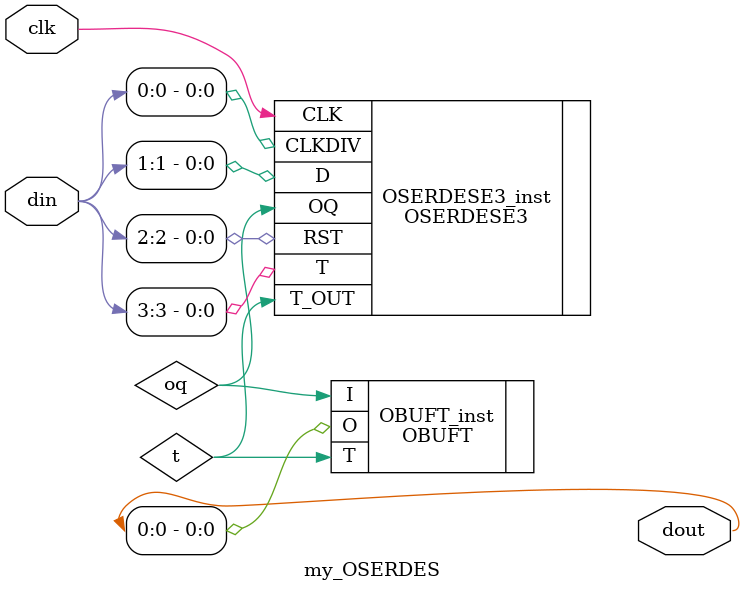
<source format=v>

module top(input clk, stb, di, output do);
    localparam integer DIN_N = 160;
    localparam integer DOUT_N = 160;

    reg [DIN_N-1:0] din;
    wire [DOUT_N-1:0] dout;

    reg [DIN_N-1:0] din_shr;
    reg [DOUT_N-1:0] dout_shr;

    always @(posedge clk) begin
        din_shr <= {din_shr, di};
        dout_shr <= {dout_shr, din_shr[DIN_N-1]};
        if (stb) begin
            din <= din_shr;
        end
    end

    assign do = dout[DOUT_N-1];

    roi roi (
        .clk(clk),
        .din(din),
        .dout(dout)
    );
endmodule

module roi(input clk, input [159:0] din, output [159:0] dout);
	my_OSERDES
	#(
		.LOC("BITSLICE_RX_TX_X0Y305"),
		.DATA_WIDTH(8),
        .INIT(1'b0),
		.IS_CLKDIV_INVERTED(1'b0),
		.IS_CLK_INVERTED(1'b0),
		.IS_RST_INVERTED(1'b0),
		.SIM_DEVICE("ULTRASCALE_PLUS")
	)
	inst_0 (
		.clk(clk),
		.din(din[  0 +: 4]),
		.dout(dout[ 0 +: 2])
	);
endmodule

// ---------------------------------------------------------------------
module my_OSERDES (input clk, input [3:0] din, output [1:0] dout);

   parameter LOC = "";
   parameter DATA_WIDTH = 1;
   parameter INIT = 1'b0;
   parameter IS_CLKDIV_INVERTED = 1'b0;
   parameter IS_CLK_INVERTED = 1'b0;
   parameter IS_RST_INVERTED = 1'b0;
   parameter SIM_DEVICE = "ULTRASCALE_PLUS";

   (* LOC=LOC *)
   OSERDESE3 #(
      .DATA_WIDTH(DATA_WIDTH),                // Parallel data width (4,8)
      .INIT(INIT),                            // Initialization value of the OSERDES flip-flops
      .IS_CLKDIV_INVERTED(IS_CLKDIV_INVERTED),// Optional inversion for CLKDIV
      .IS_CLK_INVERTED(IS_CLK_INVERTED),      // Optional inversion for CLK
      .IS_RST_INVERTED(IS_RST_INVERTED),      // Optional inversion for RST
      .SIM_DEVICE(SIM_DEVICE)                 // Set the device version (ULTRASCALE, ULTRASCALE_PLUS, ULTRASCALE_PLUS_ES1,
                                              // ULTRASCALE_PLUS_ES2)
   )
   OSERDESE3_inst (
      .OQ(oq),         // 1-bit output: Serial Output Data
      .T_OUT(t),      // 1-bit output: 3-state control output to IOB
      .CLK(clk),            // 1-bit input: High-speed clock
      .CLKDIV(din[0]),      // 1-bit input: Divided Clock
      .D(din[1]),           // 8-bit input: Parallel Data Input
      .RST(din[2]),         // 1-bit input: Asynchronous Reset
      .T(din[3])            // 1-bit input: Tristate input from fabric
   );
   OBUFT OBUFT_inst (
      .O(dout[0]), // 1-bit output: Buffer output (connect directly to top-level port)
      .I(oq), // 1-bit input: Buffer input
      .T(t)  // 1-bit input: 3-state enable input
   );
endmodule

</source>
